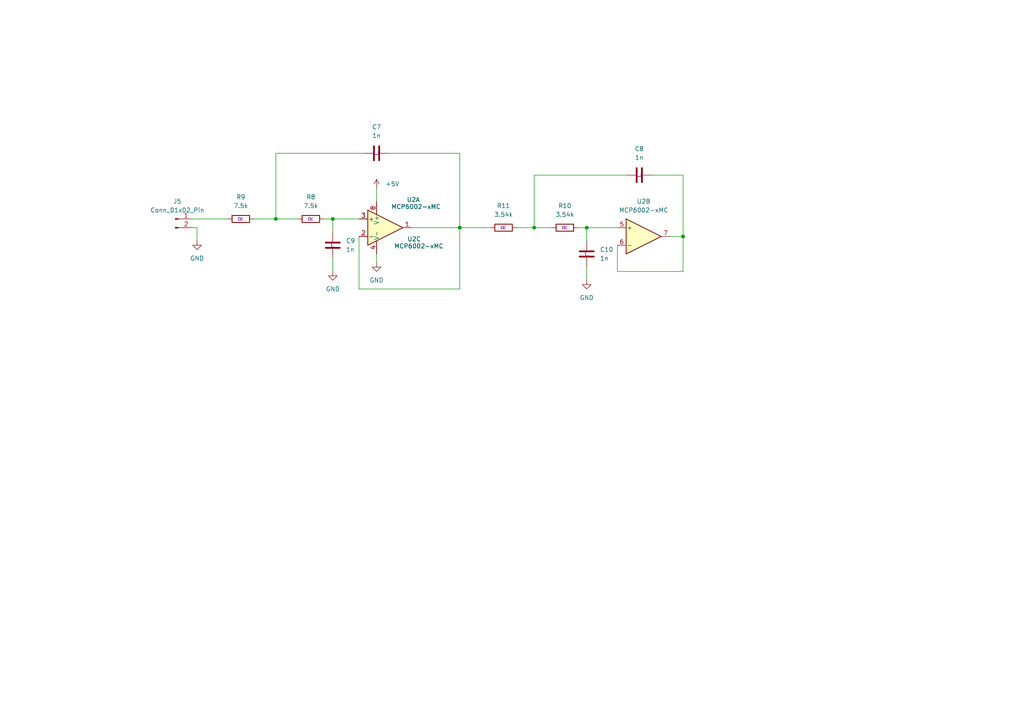
<source format=kicad_sch>
(kicad_sch (version 20250114) (generator "eeschema") (generator_version "9.0")
  (paper "A4")
  (lib_symbols
    (symbol "Amplifier_Operational:MCP6002-xMC" (pin_names (offset 0.127))
      (property "Reference" "U" (at 0 5.08 0))
      (property "Value" "MCP6002-xMC" (at 0 -5.08 0))
      (symbol "MCP6002-xMC_1_1"
        (polyline (pts (xy -5.08 5.08) (xy 5.08 0) (xy -5.08 -5.08) (xy -5.08 5.08)) (stroke (width 0.254)) (fill (type background)))
        (pin input line (at -7.62 2.54 0) (length 2.54) (name "+") (number "3"))
        (pin input line (at -7.62 -2.54 0) (length 2.54) (name "-") (number "2"))
        (pin output line (at 7.62 0 180) (length 2.54) (name "~") (number "1"))
      )
      (symbol "MCP6002-xMC_2_1"
        (polyline (pts (xy -5.08 5.08) (xy 5.08 0) (xy -5.08 -5.08) (xy -5.08 5.08)) (stroke (width 0.254)) (fill (type background)))
        (pin input line (at -7.62 2.54 0) (length 2.54) (name "+") (number "5"))
        (pin input line (at -7.62 -2.54 0) (length 2.54) (name "-") (number "6"))
        (pin output line (at 7.62 0 180) (length 2.54) (name "~") (number "7"))
      )
      (symbol "MCP6002-xMC_3_1"
        (pin power_in line (at -2.54 7.62 270) (length 3.81) (name "V+") (number "8"))
        (pin power_in line (at -2.54 -7.62 90) (length 3.81) (name "V-") (number "4"))
        (pin passive line (at -2.54 -7.62 90) (length 3.81) (hide yes) (name "V-") (number "9"))
      )
    )
    (symbol "Connector:Conn_01x02_Pin" (pin_names (offset 1.016) (hide yes))
      (property "Reference" "J" (at 0 2.54 0))
      (property "Value" "Conn_01x02_Pin" (at 0 -5.08 0))
      (symbol "Conn_01x02_Pin_1_1"
        (rectangle (start 0.8636 0.127) (end 0 -0.127) (stroke (width 0.1524)) (fill (type outline)))
        (rectangle (start 0.8636 -2.413) (end 0 -2.667) (stroke (width 0.1524)) (fill (type outline)))
        (polyline (pts (xy 1.27 0) (xy 0.8636 0)) (stroke (width 0.1524)))
        (polyline (pts (xy 1.27 -2.54) (xy 0.8636 -2.54)) (stroke (width 0.1524)))
        (pin passive line (at 5.08 0 180) (length 3.81) (name "Pin_1") (number "1"))
        (pin passive line (at 5.08 -2.54 180) (length 3.81) (name "Pin_2") (number "2"))
      )
    )
    (symbol "Device:C" (pin_numbers (hide yes)) (pin_names (offset 0.254))
      (property "Reference" "C" (at 0.635 2.54 0))
      (property "Value" "C" (at 0.635 -2.54 0))
      (symbol "C_0_1"
        (polyline (pts (xy -2.032 0.762) (xy 2.032 0.762)) (stroke (width 0.508)))
        (polyline (pts (xy -2.032 -0.762) (xy 2.032 -0.762)) (stroke (width 0.508)))
      )
      (symbol "C_1_1"
        (pin passive line (at 0 3.81 270) (length 2.794) (name "~") (number "1"))
        (pin passive line (at 0 -3.81 90) (length 2.794) (name "~") (number "2"))
      )
    )
    (symbol "Device:R" (pin_numbers (hide yes)) (pin_names (offset 0))
      (property "Reference" "R" (at 2.032 0 90))
      (property "Value" "R" (at 0 0 90))
      (symbol "R_0_1"
        (rectangle (start -1.016 -2.54) (end 1.016 2.54) (stroke (width 0.254)))
      )
      (symbol "R_1_1"
        (pin passive line (at 0 3.81 270) (length 1.27) (name "~") (number "1"))
        (pin passive line (at 0 -3.81 90) (length 1.27) (name "~") (number "2"))
      )
    )
    (symbol "power:+3.3V" (power) (pin_numbers (hide yes)) (pin_names (offset 0) (hide yes))
      (property "Value" "+3.3V" (at 0 3.556 0))
      (symbol "+3.3V_0_1"
        (polyline (pts (xy -0.762 1.27) (xy 0 2.54)))
        (polyline (pts (xy 0 2.54) (xy 0.762 1.27)))
        (polyline (pts (xy 0 0) (xy 0 2.54)))
      )
      (symbol "+3.3V_1_1"
        (pin power_in line (at 0 0 90) (length 0) (name "~") (number "1"))
      )
    )
    (symbol "power:GND" (power) (pin_numbers (hide yes)) (pin_names (offset 0) (hide yes))
      (property "Value" "GND" (at 0 -3.81 0))
      (symbol "GND_0_1"
        (polyline (pts (xy 0 0) (xy 0 -1.27) (xy 1.27 -1.27) (xy 0 -2.54) (xy -1.27 -1.27) (xy 0 -1.27)))
      )
      (symbol "GND_1_1"
        (pin power_in line (at 0 0 270) (length 0) (name "~") (number "1"))
      )
    )
  )
  (junction (at 198.12 68.58))
  (junction (at 96.52 63.5))
  (junction (at 80.01 63.5))
  (junction (at 154.94 66.04))
  (junction (at 170.18 66.04))
  (junction (at 133.35 66.04))
  (wire (pts (xy 55.88 63.5) (xy 66.04 63.5)))
  (wire (pts (xy 194.31 68.58) (xy 198.12 68.58)))
  (wire (pts (xy 133.35 66.04) (xy 133.35 83.82)))
  (wire (pts (xy 109.22 54.61) (xy 109.22 58.42)))
  (wire (pts (xy 119.38 66.04) (xy 133.35 66.04)))
  (wire (pts (xy 96.52 74.93) (xy 96.52 78.74)))
  (wire (pts (xy 80.01 63.5) (xy 86.36 63.5)))
  (wire (pts (xy 170.18 77.47) (xy 170.18 81.28)))
  (wire (pts (xy 96.52 63.5) (xy 96.52 67.31)))
  (wire (pts (xy 133.35 44.45) (xy 113.03 44.45)))
  (wire (pts (xy 198.12 78.74) (xy 179.07 78.74)))
  (wire (pts (xy 104.14 83.82) (xy 104.14 68.58)))
  (wire (pts (xy 133.35 83.82) (xy 104.14 83.82)))
  (wire (pts (xy 154.94 50.8) (xy 154.94 66.04)))
  (wire (pts (xy 133.35 66.04) (xy 142.24 66.04)))
  (wire (pts (xy 73.66 63.5) (xy 80.01 63.5)))
  (wire (pts (xy 198.12 68.58) (xy 198.12 50.8)))
  (wire (pts (xy 154.94 66.04) (xy 160.02 66.04)))
  (wire (pts (xy 181.61 50.8) (xy 154.94 50.8)))
  (wire (pts (xy 170.18 66.04) (xy 170.18 69.85)))
  (wire (pts (xy 179.07 78.74) (xy 179.07 71.12)))
  (wire (pts (xy 55.88 66.04) (xy 57.15 66.04)))
  (wire (pts (xy 105.41 44.45) (xy 80.01 44.45)))
  (wire (pts (xy 198.12 68.58) (xy 198.12 78.74)))
  (wire (pts (xy 57.15 66.04) (xy 57.15 69.85)))
  (wire (pts (xy 133.35 66.04) (xy 133.35 44.45)))
  (wire (pts (xy 96.52 63.5) (xy 104.14 63.5)))
  (wire (pts (xy 170.18 66.04) (xy 179.07 66.04)))
  (wire (pts (xy 149.86 66.04) (xy 154.94 66.04)))
  (wire (pts (xy 93.98 63.5) (xy 96.52 63.5)))
  (wire (pts (xy 167.64 66.04) (xy 170.18 66.04)))
  (wire (pts (xy 80.01 44.45) (xy 80.01 63.5)))
  (wire (pts (xy 198.12 50.8) (xy 189.23 50.8)))
  (wire (pts (xy 109.22 73.66) (xy 109.22 76.2)))
  (symbol (lib_id "power:GND") (at 170.18 81.28 0) (unit 1)
    (property "Reference" "#PWR010" (effects (hide yes)))
    (property "Value" "GND" (at 170.18 86.36 0))
    (property "Description" "Power symbol creates a global label with name \"GND\" , ground" (effects (hide yes)))
  )
  (symbol (lib_id "Device:C") (at 170.18 73.66 0) (unit 1)
    (property "Reference" "C10" (at 173.99 72.3899 0) (effects (justify left)))
    (property "Value" "1n" (at 173.99 74.9299 0) (effects (justify left)))
    (property "Description" "Unpolarized capacitor" (effects (hide yes)))
    (property "Sim.Device" "C" (at 170.18 73.66 0))
    (property "Sim.Pins" "1=+ 2=-" (effects (hide yes)))
  )
  (symbol (lib_id "power:+3.3V") (at 109.22 54.61 0) (unit 1)
    (property "Reference" "#PWR07" (effects (hide yes)))
    (property "Value" "+5V" (at 111.76 53.3399 0) (effects (justify left)))
    (property "Description" "Power symbol creates a global label with name \"+3.3V\"" (effects (hide yes)))
  )
  (symbol (lib_id "power:GND") (at 109.22 76.2 0) (unit 1)
    (property "Reference" "#PWR06" (effects (hide yes)))
    (property "Value" "GND" (at 109.22 81.28 0))
    (property "Description" "Power symbol creates a global label with name \"GND\" , ground" (effects (hide yes)))
  )
  (symbol (lib_id "Amplifier_Operational:MCP6002-xMC") (at 111.76 66.04 0) (unit 1)
    (property "Reference" "U2" (at 119.888 57.912 0))
    (property "Value" "MCP6002-xMC" (at 120.65 59.944 0))
    (property "Footprint" "Package_DFN_QFN:DFN-8-1EP_3x2mm_P0.5mm_EP1.75x1.45mm" (effects (hide yes)))
    (property "Datasheet" "http://ww1.microchip.com/downloads/en/DeviceDoc/21733j.pdf" (effects (hide yes)))
    (property "Description" "1MHz, Low-Power Op Amp, DFN-8" (effects (hide yes)))
    (property "Sim.Library" "C:\\Users\\Mads2\\Projects\\DTU\\Oscilloscope\\docs\\Kicad\\Spice_Models\\MCP6001.lib" (effects (hide yes)))
    (property "Sim.Name" "MCP6001" (effects (hide yes)))
    (property "Sim.Device" "SUBCKT" (effects (hide yes)))
    (property "Sim.Pins" "1=1 2=2 3=3 4=4 5=5" (effects (hide yes)))
  )
  (symbol (lib_id "Device:C") (at 109.22 44.45 90) (unit 1)
    (property "Reference" "C7" (at 109.22 36.83 90))
    (property "Value" "1n" (at 109.22 39.37 90))
    (property "Description" "Unpolarized capacitor" (effects (hide yes)))
    (property "Sim.Device" "C" (at 109.22 44.45 0))
    (property "Sim.Pins" "1=+ 2=-" (effects (hide yes)))
  )
  (symbol (lib_id "Device:R") (at 163.83 66.04 90) (unit 1)
    (property "Reference" "R10" (at 163.83 59.69 90))
    (property "Value" "3.54k" (at 163.83 62.23 90))
    (property "Description" "Resistor" (effects (hide yes)))
    (property "Sim.Device" "R" (at 163.83 66.04 0))
    (property "Sim.Pins" "1=+ 2=-" (effects (hide yes)))
  )
  (symbol (lib_id "Device:R") (at 90.17 63.5 90) (unit 1)
    (property "Reference" "R8" (at 90.17 57.15 90))
    (property "Value" "7.5k" (at 90.17 59.69 90))
    (property "Description" "Resistor" (effects (hide yes)))
    (property "Sim.Device" "R" (at 90.17 63.5 0))
    (property "Sim.Pins" "1=- 2=+" (effects (hide yes)))
  )
  (symbol (lib_id "power:GND") (at 57.15 69.85 0) (unit 1)
    (property "Reference" "#PWR08" (effects (hide yes)))
    (property "Value" "GND" (at 57.15 74.93 0))
    (property "Description" "Power symbol creates a global label with name \"GND\" , ground" (effects (hide yes)))
  )
  (symbol (lib_id "Amplifier_Operational:MCP6002-xMC") (at 186.69 68.58 0) (unit 2)
    (property "Reference" "U2" (at 186.69 58.42 0))
    (property "Value" "MCP6002-xMC" (at 186.69 60.96 0))
    (property "Footprint" "Package_DFN_QFN:DFN-8-1EP_3x2mm_P0.5mm_EP1.75x1.45mm" (effects (hide yes)))
    (property "Datasheet" "http://ww1.microchip.com/downloads/en/DeviceDoc/21733j.pdf" (effects (hide yes)))
    (property "Description" "1MHz, Low-Power Op Amp, DFN-8" (effects (hide yes)))
    (property "Sim.Library" "C:\\Users\\Mads2\\Projects\\DTU\\Oscilloscope\\docs\\Kicad\\Spice_Models\\MCP6001.lib" (effects (hide yes)))
    (property "Sim.Name" "MCP6001" (effects (hide yes)))
    (property "Sim.Device" "SUBCKT" (effects (hide yes)))
    (property "Sim.Pins" "1=1 2=2 3=3 4=4 5=5" (effects (hide yes)))
  )
  (symbol (lib_id "Device:R") (at 69.85 63.5 90) (unit 1)
    (property "Reference" "R9" (at 69.85 57.15 90))
    (property "Value" "7.5k" (at 69.85 59.69 90))
    (property "Description" "Resistor" (effects (hide yes)))
    (property "Sim.Device" "R" (at 69.85 63.5 0))
    (property "Sim.Pins" "1=+ 2=-" (effects (hide yes)))
  )
  (symbol (lib_id "Connector:Conn_01x02_Pin") (at 50.8 63.5 0) (unit 1)
    (property "Reference" "J5" (at 51.435 58.42 0))
    (property "Value" "Conn_01x02_Pin" (at 51.435 60.96 0))
    (property "Description" "Generic connector, single row, 01x02, script generated" (effects (hide yes)))
  )
  (symbol (lib_id "Device:C") (at 185.42 50.8 90) (unit 1)
    (property "Reference" "C8" (at 185.42 43.18 90))
    (property "Value" "1n" (at 185.42 45.72 90))
    (property "Description" "Unpolarized capacitor" (effects (hide yes)))
    (property "Sim.Device" "C" (at 185.42 50.8 0))
    (property "Sim.Pins" "1=- 2=+" (effects (hide yes)))
  )
  (symbol (lib_id "Device:C") (at 96.52 71.12 0) (unit 1)
    (property "Reference" "C9" (at 100.33 69.8499 0) (effects (justify left)))
    (property "Value" "1n" (at 100.33 72.3899 0) (effects (justify left)))
    (property "Description" "Unpolarized capacitor" (effects (hide yes)))
    (property "Sim.Device" "C" (at 96.52 71.12 0))
    (property "Sim.Pins" "1=+ 2=-" (effects (hide yes)))
  )
  (symbol (lib_id "power:GND") (at 96.52 78.74 0) (unit 1)
    (property "Reference" "#PWR09" (effects (hide yes)))
    (property "Value" "GND" (at 96.52 83.82 0))
    (property "Description" "Power symbol creates a global label with name \"GND\" , ground" (effects (hide yes)))
  )
  (symbol (lib_id "Device:R") (at 146.05 66.04 90) (unit 1)
    (property "Reference" "R11" (at 146.05 59.69 90))
    (property "Value" "3.54k" (at 146.05 62.23 90))
    (property "Description" "Resistor" (effects (hide yes)))
    (property "Sim.Device" "R" (at 146.05 66.04 0))
    (property "Sim.Pins" "1=+ 2=-" (effects (hide yes)))
  )
  (symbol (lib_id "Amplifier_Operational:MCP6002-xMC") (at 111.76 66.04 0) (unit 3)
    (property "Reference" "U2" (at 118.11 69.342 0) (effects (justify left)))
    (property "Value" "MCP6002-xMC" (at 114.3 71.374 0) (effects (justify left)))
    (property "Footprint" "Package_DFN_QFN:DFN-8-1EP_3x2mm_P0.5mm_EP1.75x1.45mm" (effects (hide yes)))
    (property "Datasheet" "http://ww1.microchip.com/downloads/en/DeviceDoc/21733j.pdf" (effects (hide yes)))
    (property "Description" "1MHz, Low-Power Op Amp, DFN-8" (effects (hide yes)))
    (property "Sim.Library" "C:\\Users\\Mads2\\Projects\\DTU\\Oscilloscope\\docs\\Kicad\\Spice_Models\\MCP6001.lib" (effects (hide yes)))
    (property "Sim.Name" "MCP6001" (effects (hide yes)))
    (property "Sim.Device" "SUBCKT" (effects (hide yes)))
    (property "Sim.Pins" "1=1 2=2 3=3 4=4 5=5" (effects (hide yes)))
  )
)
</source>
